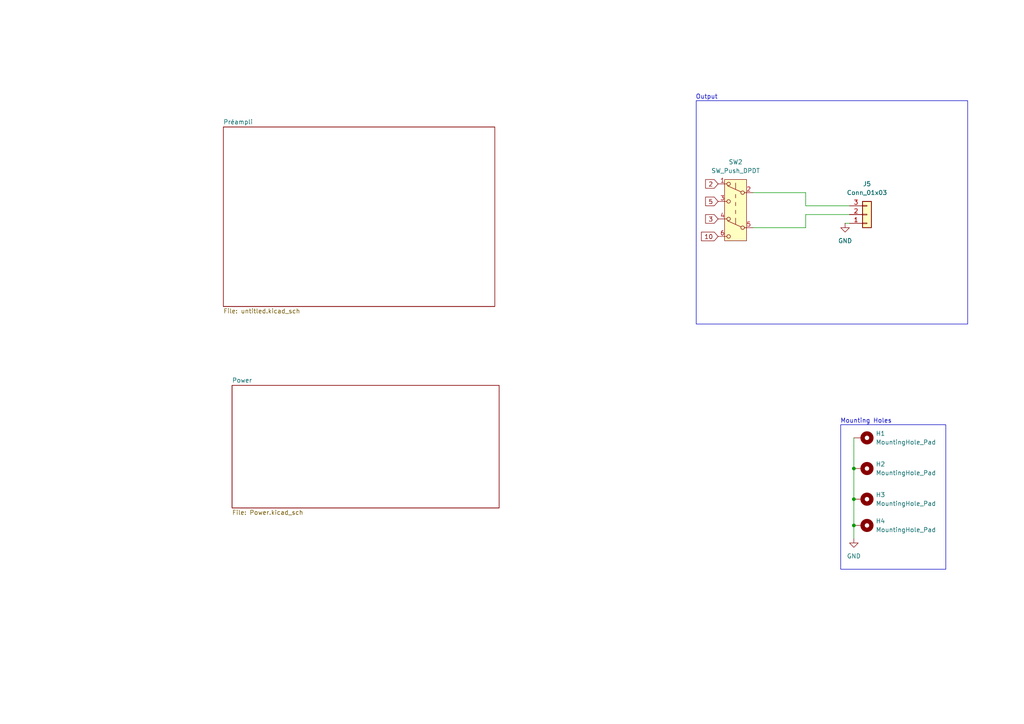
<source format=kicad_sch>
(kicad_sch (version 20250114) (generator "eeschema") (generator_version "9.0")
  (paper "A4")
  (title_block (title "Ampli") (company "ENSEA") (comment 1 "CAILLAUD Paul"))
  (lib_symbols
    (symbol "Connector_Generic:Conn_01x03" (pin_names (offset 1.016) (hide yes))
      (property "Reference" "J" (at 0 5.08 0))
      (property "Value" "Conn_01x03" (at 0 -5.08 0))
      (symbol "Conn_01x03_1_1"
        (rectangle (start -1.27 3.81) (end 1.27 -3.81) (stroke (width 0.254)) (fill (type background)))
        (rectangle (start -1.27 2.667) (end 0 2.413) (stroke (width 0.1524)))
        (rectangle (start -1.27 0.127) (end 0 -0.127) (stroke (width 0.1524)))
        (rectangle (start -1.27 -2.413) (end 0 -2.667) (stroke (width 0.1524)))
        (pin passive line (at -5.08 2.54 0) (length 3.81) (name "Pin_1") (number "1"))
        (pin passive line (at -5.08 0 0) (length 3.81) (name "Pin_2") (number "2"))
        (pin passive line (at -5.08 -2.54 0) (length 3.81) (name "Pin_3") (number "3"))
      )
    )
    (symbol "GND_1" (power) (pin_numbers (hide yes)) (pin_names (offset 0) (hide yes))
      (property "Value" "GND" (at 0 -3.81 0))
      (symbol "GND_1_0_1"
        (polyline (pts (xy 0 0) (xy 0 -1.27) (xy 1.27 -1.27) (xy 0 -2.54) (xy -1.27 -1.27) (xy 0 -1.27)))
      )
      (symbol "GND_1_1_1"
        (pin power_in line (at 0 0 270) (length 0) (name "~") (number "1"))
      )
    )
    (symbol "Mechanical:MountingHole_Pad" (pin_numbers (hide yes)) (pin_names (offset 1.016) (hide yes))
      (property "Reference" "H" (at 0 6.35 0))
      (property "Value" "MountingHole_Pad" (at 0 4.445 0))
      (symbol "MountingHole_Pad_0_1"
        (circle (center 0 1.27) (radius 1.27) (stroke (width 1.27)))
      )
      (symbol "MountingHole_Pad_1_1"
        (pin input line (at 0 -2.54 90) (length 2.54) (name "1") (number "1"))
      )
    )
    (symbol "Switch:SW_Push_DPDT" (pin_names (offset 0) (hide yes))
      (property "Reference" "SW" (at 0 10.16 0))
      (property "Value" "SW_Push_DPDT" (at 0 -10.16 0))
      (symbol "SW_Push_DPDT_0_0"
        (circle (center -2.032 5.08) (radius 0.508))
        (circle (center -2.032 -5.08) (radius 0.508))
        (circle (center 2.032 2.54) (radius 0.508))
        (circle (center 2.032 -7.62) (radius 0.508))
      )
      (symbol "SW_Push_DPDT_0_1"
        (polyline (pts (xy -1.524 5.334) (xy 2.3368 7.0612)))
        (polyline (pts (xy -1.524 -4.826) (xy 2.3368 -3.0988)))
        (polyline (pts (xy 0 7.874) (xy 0 6.096)))
        (polyline (pts (xy 0 3.556) (xy 0 4.572)))
        (polyline (pts (xy 0 1.27) (xy 0 2.286)))
        (polyline (pts (xy 0 -1.016) (xy 0 0)))
        (polyline (pts (xy 0 -2.286) (xy 0 -4.064)))
        (circle (center 2.032 7.62) (radius 0.508))
        (circle (center 2.032 -2.54) (radius 0.508))
      )
      (symbol "SW_Push_DPDT_1_1"
        (rectangle (start -3.175 8.89) (end 3.175 -8.89) (fill (type background)))
        (pin passive line (at -5.08 5.08 0) (length 2.54) (name "B") (number "2"))
        (pin passive line (at -5.08 -5.08 0) (length 2.54) (name "B") (number "5"))
        (pin passive line (at 5.08 7.62 180) (length 2.54) (name "A") (number "1"))
        (pin passive line (at 5.08 2.54 180) (length 2.54) (name "C") (number "3"))
        (pin passive line (at 5.08 -2.54 180) (length 2.54) (name "A") (number "4"))
        (pin passive line (at 5.08 -7.62 180) (length 2.54) (name "C") (number "6"))
      )
    )
    (symbol "power:GND" (power) (pin_names (offset 0))
      (property "Value" "GND" (at 0 -3.81 0))
      (symbol "GND_0_1"
        (polyline (pts (xy 0 0) (xy 0 -1.27) (xy 1.27 -1.27) (xy 0 -2.54) (xy -1.27 -1.27) (xy 0 -1.27)))
      )
      (symbol "GND_1_1"
        (pin power_in line (at 0 0 270) (length 0) (hide yes) (name "GND") (number "1"))
      )
    )
  )
  (rectangle (start 201.93 29.21) (end 280.67 93.98))
  (rectangle (start 243.84 123.19) (end 274.32 165.1))
  (text "Mounting Holes" (at 251.206 122.174 0) (effects (font (size 1.27 1.27))))
  (text "Output" (at 204.978 28.194 0) (effects (font (size 1.27 1.27))))
  (junction (at 247.65 144.78))
  (junction (at 247.65 152.4))
  (junction (at 247.65 135.89))
  (wire (pts (xy 218.44 66.04) (xy 233.68 66.04)))
  (wire (pts (xy 247.65 127) (xy 247.65 135.89)))
  (wire (pts (xy 218.44 55.88) (xy 233.68 55.88)))
  (wire (pts (xy 247.65 152.4) (xy 247.65 156.21)))
  (wire (pts (xy 233.68 62.23) (xy 246.38 62.23)))
  (wire (pts (xy 233.68 66.04) (xy 233.68 62.23)))
  (wire (pts (xy 247.65 135.89) (xy 247.65 144.78)))
  (wire (pts (xy 233.68 55.88) (xy 233.68 59.69)))
  (wire (pts (xy 233.68 59.69) (xy 246.38 59.69)))
  (wire (pts (xy 246.38 64.77) (xy 245.11 64.77)))
  (wire (pts (xy 247.65 144.78) (xy 247.65 152.4)))
  (global_label "3" (shape input) (at 208.28 63.5 180) (property "Intersheetrefs" "${INTERSHEET_REFS}" (effects (hide yes))))
  (global_label "10" (shape input) (at 208.28 68.58 180) (property "Intersheetrefs" "${INTERSHEET_REFS}" (effects (hide yes))))
  (global_label "2" (shape input) (at 208.28 53.34 180) (property "Intersheetrefs" "${INTERSHEET_REFS}" (effects (hide yes))))
  (global_label "5" (shape input) (at 208.28 58.42 180) (property "Intersheetrefs" "${INTERSHEET_REFS}" (effects (hide yes))))
  (symbol (lib_id "power:GND") (at 247.65 156.21 0) (unit 1)
    (property "Reference" "#PWR017" (effects (hide yes)))
    (property "Value" "GND" (at 247.65 161.29 0))
    (property "Description" "Power symbol creates a global label with name \"GND\" , ground" (effects (hide yes)))
  )
  (symbol (lib_id "Mechanical:MountingHole_Pad") (at 250.19 135.89 270) (unit 1)
    (property "Reference" "H2" (at 254 134.62 90) (effects (justify left)))
    (property "Value" "MountingHole_Pad" (at 254 137.16 90) (effects (justify left)))
    (property "Footprint" "MountingHole:MountingHole_3.2mm_M3_Pad_Via" (effects (hide yes)))
  )
  (symbol (lib_id "Switch:SW_Push_DPDT") (at 213.36 60.96 0) (mirror y) (unit 1)
    (property "Reference" "SW2" (at 213.36 46.99 0))
    (property "Value" "SW_Push_DPDT" (at 213.36 49.53 0))
    (property "Footprint" "Library_f:Holes_Switch_DPDT" (effects (hide yes)))
    (property "Description" "Momentary Switch, dual pole double throw" (effects (hide yes)))
  )
  (symbol (lib_id "Mechanical:MountingHole_Pad") (at 250.19 127 270) (unit 1)
    (property "Reference" "H1" (at 254 125.73 90) (effects (justify left)))
    (property "Value" "MountingHole_Pad" (at 254 128.27 90) (effects (justify left)))
    (property "Footprint" "MountingHole:MountingHole_3.2mm_M3_Pad_Via" (effects (hide yes)))
  )
  (symbol (lib_id "Mechanical:MountingHole_Pad") (at 250.19 144.78 270) (unit 1)
    (property "Reference" "H3" (at 254 143.51 90) (effects (justify left)))
    (property "Value" "MountingHole_Pad" (at 254 146.05 90) (effects (justify left)))
    (property "Footprint" "MountingHole:MountingHole_3.2mm_M3_Pad_Via" (effects (hide yes)))
  )
  (symbol (lib_id "Connector_Generic:Conn_01x03") (at 251.46 62.23 0) (mirror x) (unit 1)
    (property "Reference" "J5" (at 251.46 53.34 0))
    (property "Value" "Conn_01x03" (at 251.46 55.88 0))
    (property "Footprint" "Connector_JST:JST_EH_B3B-EH-A_1x03_P2.50mm_Vertical" (effects (hide yes)))
    (property "Description" "Generic connector, single row, 01x03, script generated (kicad-library-utils/schlib/autogen/connector/)" (effects (hide yes)))
  )
  (symbol (lib_id "Mechanical:MountingHole_Pad") (at 250.19 152.4 270) (unit 1)
    (property "Reference" "H4" (at 254 151.13 90) (effects (justify left)))
    (property "Value" "MountingHole_Pad" (at 254 153.67 90) (effects (justify left)))
    (property "Footprint" "MountingHole:MountingHole_3.2mm_M3_Pad_Via" (effects (hide yes)))
  )
  (symbol (lib_name "GND_1") (lib_id "power:GND") (at 245.11 64.77 0) (mirror y) (unit 1)
    (property "Reference" "#PWR018" (effects (hide yes)))
    (property "Value" "GND" (at 245.11 69.85 0))
    (property "Description" "Power symbol creates a global label with name \"GND\" , ground" (effects (hide yes)))
  )
  (sheet (at 67.31 111.76) (size 77.47 35.56) (stroke (width 0.1524))
    (property "Sheetname" "Power" (at 67.31 111.0484 0) (effects (justify left bottom)))
    (property "Sheetfile" "Power.kicad_sch" (at 67.31 147.9046 0) (effects (justify left top)))
  )
  (sheet (at 64.77 36.83) (size 78.74 52.07) (stroke (width 0.1524))
    (property "Sheetname" "Préampli" (at 64.77 36.1184 0) (effects (justify left bottom)))
    (property "Sheetfile" "untitled.kicad_sch" (at 64.77 89.4846 0) (effects (justify left top)))
  )
)
</source>
